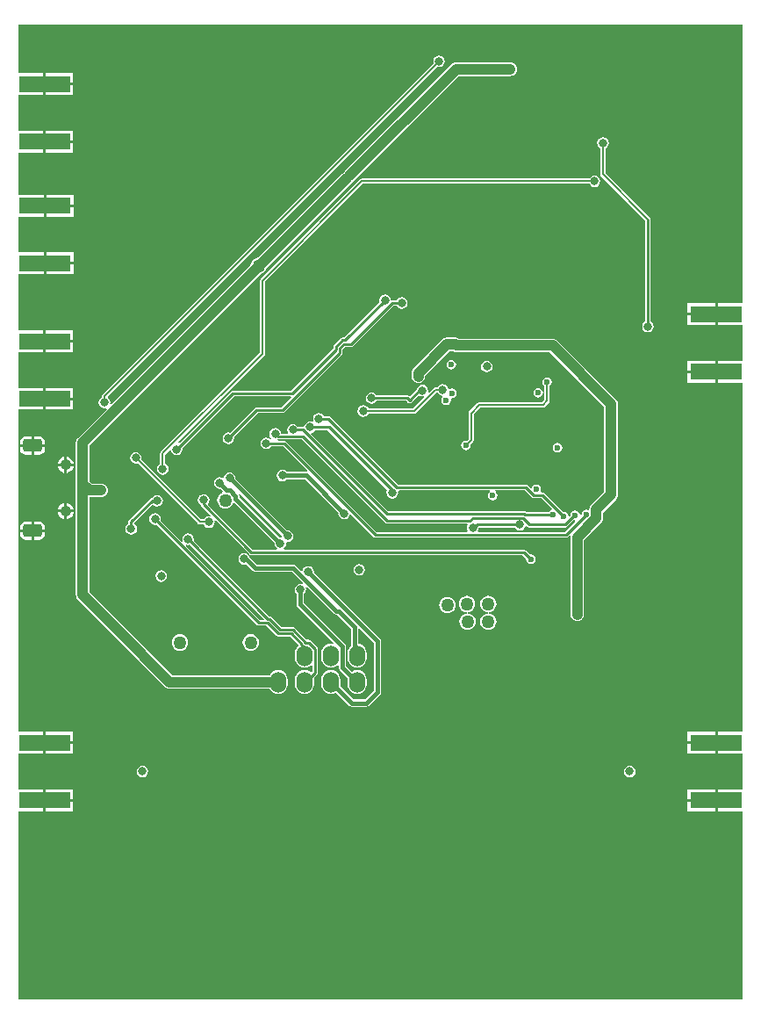
<source format=gbr>
%TF.GenerationSoftware,Altium Limited,Altium Designer,20.2.4 (192)*%
G04 Layer_Physical_Order=4*
G04 Layer_Color=16711680*
%FSLAX25Y25*%
%MOIN*%
%TF.SameCoordinates,DD73C85C-3220-4851-94E8-9B28512026BA*%
%TF.FilePolarity,Positive*%
%TF.FileFunction,Copper,L4,Bot,Signal*%
%TF.Part,Single*%
G01*
G75*
%TA.AperFunction,Conductor*%
%ADD12C,0.01575*%
%ADD13C,0.00866*%
%TA.AperFunction,ConnectorPad*%
%ADD54R,0.19685X0.06299*%
%TA.AperFunction,Conductor*%
%ADD61C,0.00787*%
%ADD63C,0.03937*%
%TA.AperFunction,ComponentPad*%
G04:AMPARAMS|DCode=108|XSize=74.8mil|YSize=49.21mil|CornerRadius=12.3mil|HoleSize=0mil|Usage=FLASHONLY|Rotation=0.000|XOffset=0mil|YOffset=0mil|HoleType=Round|Shape=RoundedRectangle|*
%AMROUNDEDRECTD108*
21,1,0.07480,0.02461,0,0,0.0*
21,1,0.05020,0.04921,0,0,0.0*
1,1,0.02461,0.02510,-0.01230*
1,1,0.02461,-0.02510,-0.01230*
1,1,0.02461,-0.02510,0.01230*
1,1,0.02461,0.02510,0.01230*
%
%ADD108ROUNDEDRECTD108*%
%ADD109C,0.04134*%
%ADD110C,0.14961*%
%ADD111R,0.06000X0.08000*%
%ADD112O,0.06000X0.08000*%
%TA.AperFunction,ViaPad*%
%ADD113C,0.02400*%
%ADD114C,0.02598*%
%ADD115C,0.03150*%
%ADD116C,0.05000*%
%ADD117C,0.02362*%
%ADD118C,0.02756*%
G36*
X275197Y276079D02*
X265618D01*
Y271929D01*
Y267779D01*
X275197D01*
Y254268D01*
X265618D01*
Y250118D01*
Y245969D01*
X275197D01*
Y113480D01*
X265618D01*
Y109331D01*
Y105181D01*
X275197D01*
Y91669D01*
X265618D01*
Y87520D01*
Y83370D01*
X275197D01*
Y11810D01*
X0D01*
Y83370D01*
X9579D01*
Y87520D01*
Y91669D01*
X0D01*
Y105181D01*
X9579D01*
Y109331D01*
Y113480D01*
X0D01*
Y235732D01*
X9579D01*
Y239882D01*
Y244032D01*
X0D01*
Y257543D01*
X9579D01*
Y261693D01*
Y265843D01*
X0D01*
Y287165D01*
X9758D01*
Y291315D01*
Y295464D01*
X0D01*
Y308976D01*
X9758D01*
Y313126D01*
Y317275D01*
X0D01*
Y333308D01*
X9579D01*
Y337458D01*
Y341607D01*
X0D01*
Y355119D01*
X9579D01*
Y359269D01*
Y363418D01*
X0D01*
Y381888D01*
X275197D01*
Y276079D01*
D02*
G37*
%LPC*%
G36*
X20921Y363418D02*
X10579D01*
Y359769D01*
X20921D01*
Y363418D01*
D02*
G37*
G36*
Y358769D02*
X10579D01*
Y355119D01*
X20921D01*
Y358769D01*
D02*
G37*
G36*
Y341607D02*
X10579D01*
Y337958D01*
X20921D01*
Y341607D01*
D02*
G37*
G36*
Y336958D02*
X10579D01*
Y333308D01*
X20921D01*
Y336958D01*
D02*
G37*
G36*
X218898Y324605D02*
X218053Y324437D01*
X217337Y323959D01*
X216964Y323401D01*
X130512D01*
X130128Y323325D01*
X129802Y323107D01*
X92005Y285310D01*
X91787Y284984D01*
X91711Y284600D01*
Y257296D01*
X54212Y219796D01*
X53994Y219471D01*
X53918Y219087D01*
Y215177D01*
X53360Y214805D01*
X52882Y214089D01*
X52714Y213244D01*
X52882Y212399D01*
X53360Y211683D01*
X54076Y211204D01*
X54921Y211036D01*
X55766Y211204D01*
X56482Y211683D01*
X56961Y212399D01*
X57129Y213244D01*
X56961Y214089D01*
X56482Y214805D01*
X55925Y215177D01*
Y218671D01*
X57578Y220325D01*
X58121Y220160D01*
X58197Y219781D01*
X58675Y219065D01*
X59391Y218586D01*
X60236Y218418D01*
X61081Y218586D01*
X61797Y219065D01*
X62276Y219781D01*
X62444Y220626D01*
X62323Y221236D01*
X81960Y240874D01*
X103470D01*
X103677Y240373D01*
X99933Y236630D01*
X90575D01*
X90575Y236630D01*
X90176Y236551D01*
X89837Y236324D01*
X80476Y226963D01*
X79866Y227085D01*
X79021Y226917D01*
X78305Y226438D01*
X77826Y225722D01*
X77658Y224877D01*
X77826Y224032D01*
X78305Y223316D01*
X79021Y222837D01*
X79866Y222669D01*
X80711Y222837D01*
X81427Y223316D01*
X81906Y224032D01*
X82074Y224877D01*
X81953Y225487D01*
X91008Y234543D01*
X100366D01*
X100366Y234543D01*
X100765Y234622D01*
X101104Y234848D01*
X122888Y256632D01*
X122888Y256632D01*
X123114Y256971D01*
X123193Y257370D01*
Y258671D01*
X124104Y259582D01*
X126388D01*
X126388Y259582D01*
X126787Y259662D01*
X127126Y259888D01*
X142387Y275149D01*
X143762D01*
X144108Y274632D01*
X144824Y274153D01*
X145669Y273985D01*
X146514Y274153D01*
X147230Y274632D01*
X147709Y275348D01*
X147877Y276193D01*
X147709Y277038D01*
X147230Y277754D01*
X146514Y278233D01*
X145669Y278400D01*
X144824Y278233D01*
X144108Y277754D01*
X143762Y277236D01*
X142042D01*
X141565Y277270D01*
X141496Y277616D01*
X141396Y278114D01*
X140918Y278831D01*
X140202Y279309D01*
X139357Y279477D01*
X138512Y279309D01*
X137796Y278831D01*
X137317Y278114D01*
X137149Y277269D01*
X137270Y276659D01*
X123737Y263126D01*
X123068D01*
X123068Y263126D01*
X122669Y263047D01*
X122330Y262820D01*
X119955Y260445D01*
X119729Y260106D01*
X119649Y259707D01*
X119649Y259707D01*
Y259038D01*
X103572Y242961D01*
X81528D01*
X81528Y242961D01*
X81128Y242881D01*
X80790Y242655D01*
X61143Y223008D01*
X61004Y223043D01*
X60851Y223597D01*
X93424Y256170D01*
X93642Y256496D01*
X93718Y256880D01*
Y284184D01*
X130928Y321394D01*
X216964D01*
X217337Y320836D01*
X218053Y320358D01*
X218898Y320190D01*
X219742Y320358D01*
X220459Y320836D01*
X220937Y321552D01*
X221105Y322397D01*
X220937Y323242D01*
X220459Y323959D01*
X219742Y324437D01*
X218898Y324605D01*
D02*
G37*
G36*
X21101Y317275D02*
X10758D01*
Y313626D01*
X21101D01*
Y317275D01*
D02*
G37*
G36*
Y312626D02*
X10758D01*
Y308976D01*
X21101D01*
Y312626D01*
D02*
G37*
G36*
Y295464D02*
X10758D01*
Y291815D01*
X21101D01*
Y295464D01*
D02*
G37*
G36*
Y290815D02*
X10758D01*
Y287165D01*
X21101D01*
Y290815D01*
D02*
G37*
G36*
X264618Y276079D02*
X254276D01*
Y272429D01*
X264618D01*
Y276079D01*
D02*
G37*
G36*
Y271429D02*
X254276D01*
Y267779D01*
X264618D01*
Y271429D01*
D02*
G37*
G36*
X222133Y339141D02*
X221288Y338973D01*
X220572Y338494D01*
X220093Y337778D01*
X219925Y336933D01*
X220093Y336088D01*
X220572Y335372D01*
X221130Y334999D01*
Y325067D01*
X221206Y324683D01*
X221424Y324358D01*
X238130Y307652D01*
Y269186D01*
X237612Y268840D01*
X237134Y268124D01*
X236965Y267279D01*
X237134Y266434D01*
X237612Y265718D01*
X238328Y265240D01*
X239173Y265072D01*
X240018Y265240D01*
X240734Y265718D01*
X241213Y266434D01*
X241381Y267279D01*
X241213Y268124D01*
X240734Y268840D01*
X240217Y269186D01*
Y308027D01*
X240138Y308427D01*
X239911Y308765D01*
X239740Y308880D01*
X223137Y325483D01*
Y334999D01*
X223694Y335372D01*
X224173Y336088D01*
X224341Y336933D01*
X224173Y337778D01*
X223694Y338494D01*
X222978Y338973D01*
X222133Y339141D01*
D02*
G37*
G36*
X20921Y265843D02*
X10579D01*
Y262193D01*
X20921D01*
Y265843D01*
D02*
G37*
G36*
Y261193D02*
X10579D01*
Y257543D01*
X20921D01*
Y261193D01*
D02*
G37*
G36*
X164567Y254576D02*
X163876Y254439D01*
X163290Y254047D01*
X162898Y253461D01*
X162761Y252770D01*
X162898Y252079D01*
X163290Y251493D01*
X163876Y251101D01*
X164567Y250964D01*
X165258Y251101D01*
X165844Y251493D01*
X166236Y252079D01*
X166373Y252770D01*
X166236Y253461D01*
X165844Y254047D01*
X165258Y254439D01*
X164567Y254576D01*
D02*
G37*
G36*
X264618Y254268D02*
X254276D01*
Y250618D01*
X264618D01*
Y254268D01*
D02*
G37*
G36*
X177953Y254330D02*
X177108Y254162D01*
X176392Y253683D01*
X175913Y252967D01*
X175745Y252122D01*
X175913Y251277D01*
X176392Y250561D01*
X177108Y250082D01*
X177953Y249914D01*
X178798Y250082D01*
X179514Y250561D01*
X179992Y251277D01*
X180160Y252122D01*
X179992Y252967D01*
X179514Y253683D01*
X178798Y254162D01*
X177953Y254330D01*
D02*
G37*
G36*
X264618Y249618D02*
X254276D01*
Y245969D01*
X264618D01*
Y249618D01*
D02*
G37*
G36*
X161221Y245432D02*
X160376Y245264D01*
X159659Y244786D01*
X159287Y244228D01*
X158426D01*
X158042Y244152D01*
X157716Y243934D01*
X156123Y242341D01*
X155662Y242587D01*
X155751Y243035D01*
X155583Y243880D01*
X155104Y244597D01*
X154388Y245075D01*
X153543Y245243D01*
X152698Y245075D01*
X151982Y244597D01*
X151504Y243880D01*
X151455Y243635D01*
X148671Y240852D01*
X148573D01*
X148234Y241078D01*
X147835Y241157D01*
X147835Y241157D01*
X136159D01*
X135813Y241675D01*
X135097Y242153D01*
X134252Y242321D01*
X133407Y242153D01*
X132691Y241675D01*
X132212Y240958D01*
X132044Y240114D01*
X132212Y239269D01*
X132691Y238552D01*
X133407Y238074D01*
X134252Y237906D01*
X135097Y238074D01*
X135813Y238552D01*
X136159Y239070D01*
X147403D01*
X147884Y238589D01*
X147884Y238589D01*
X148223Y238362D01*
X148622Y238283D01*
X149021Y238362D01*
X149360Y238589D01*
X152140Y241369D01*
X152698Y240996D01*
X153543Y240828D01*
X153991Y240917D01*
X154238Y240456D01*
X149978Y236196D01*
X133036D01*
X132664Y236754D01*
X131947Y237232D01*
X131102Y237401D01*
X130257Y237232D01*
X129541Y236754D01*
X129063Y236038D01*
X128895Y235193D01*
X129063Y234348D01*
X129541Y233632D01*
X130257Y233153D01*
X131102Y232985D01*
X131947Y233153D01*
X132664Y233632D01*
X133036Y234189D01*
X150394D01*
X150778Y234266D01*
X151103Y234483D01*
X158820Y242200D01*
X159320Y242171D01*
X159659Y241664D01*
X160376Y241185D01*
X161081Y241045D01*
X161208Y240811D01*
X161262Y240649D01*
X161275Y240535D01*
X160930Y240018D01*
X160792Y239327D01*
X160930Y238635D01*
X161321Y238049D01*
X161907Y237658D01*
X162598Y237520D01*
X163290Y237658D01*
X163876Y238049D01*
X164267Y238635D01*
X164405Y239327D01*
X164334Y239680D01*
X164732Y240111D01*
X165424Y240248D01*
X166010Y240640D01*
X166401Y241226D01*
X166539Y241917D01*
X166401Y242608D01*
X166010Y243194D01*
X165424Y243586D01*
X164732Y243723D01*
X164041Y243586D01*
X163887Y243483D01*
X163331Y243713D01*
X163260Y244070D01*
X162782Y244786D01*
X162065Y245264D01*
X161221Y245432D01*
D02*
G37*
G36*
X20921Y244032D02*
X10579D01*
Y240382D01*
X20921D01*
Y244032D01*
D02*
G37*
G36*
X197583Y243911D02*
X196891Y243774D01*
X196305Y243382D01*
X195914Y242796D01*
X195776Y242105D01*
X195914Y241413D01*
X196305Y240827D01*
X196891Y240436D01*
X197583Y240298D01*
X198274Y240436D01*
X198860Y240827D01*
X199252Y241413D01*
X199389Y242105D01*
X199252Y242796D01*
X198860Y243382D01*
X198274Y243774D01*
X197583Y243911D01*
D02*
G37*
G36*
X20921Y239382D02*
X10579D01*
Y235732D01*
X20921D01*
Y239382D01*
D02*
G37*
G36*
X200929Y247991D02*
X200238Y247854D01*
X199652Y247462D01*
X199260Y246876D01*
X199123Y246185D01*
X199260Y245494D01*
X199652Y244908D01*
X199926Y244725D01*
Y239490D01*
X198994Y238558D01*
X175197D01*
X174813Y238482D01*
X174487Y238264D01*
X171283Y235060D01*
X171065Y234734D01*
X170989Y234350D01*
Y224553D01*
X170347Y223911D01*
X170024Y223976D01*
X169332Y223838D01*
X168746Y223446D01*
X168355Y222860D01*
X168217Y222169D01*
X168355Y221478D01*
X168746Y220892D01*
X169332Y220500D01*
X170024Y220363D01*
X170715Y220500D01*
X171301Y220892D01*
X171693Y221478D01*
X171830Y222169D01*
X171766Y222492D01*
X172702Y223428D01*
X172919Y223754D01*
X172996Y224138D01*
Y233935D01*
X175612Y236551D01*
X199409D01*
X199794Y236628D01*
X200119Y236845D01*
X201639Y238365D01*
X201856Y238691D01*
X201933Y239075D01*
Y244725D01*
X202206Y244908D01*
X202598Y245494D01*
X202736Y246185D01*
X202598Y246876D01*
X202206Y247462D01*
X201621Y247854D01*
X200929Y247991D01*
D02*
G37*
G36*
X7984Y225592D02*
X5974D01*
Y222587D01*
X10258D01*
Y223318D01*
X10085Y224188D01*
X9592Y224926D01*
X8854Y225419D01*
X7984Y225592D01*
D02*
G37*
G36*
X4974D02*
X2964D01*
X2094Y225419D01*
X1357Y224926D01*
X864Y224188D01*
X690Y223318D01*
Y222587D01*
X4974D01*
Y225592D01*
D02*
G37*
G36*
X204866Y223188D02*
X204175Y223051D01*
X203589Y222659D01*
X203197Y222073D01*
X203060Y221382D01*
X203197Y220690D01*
X203589Y220104D01*
X204175Y219713D01*
X204866Y219575D01*
X205557Y219713D01*
X206143Y220104D01*
X206535Y220690D01*
X206673Y221382D01*
X206535Y222073D01*
X206143Y222659D01*
X205557Y223051D01*
X204866Y223188D01*
D02*
G37*
G36*
X10258Y221587D02*
X5974D01*
Y218583D01*
X7984D01*
X8854Y218756D01*
X9592Y219249D01*
X10085Y219987D01*
X10258Y220857D01*
Y221587D01*
D02*
G37*
G36*
X4974D02*
X690D01*
Y220857D01*
X864Y219987D01*
X1357Y219249D01*
X2094Y218756D01*
X2964Y218583D01*
X4974D01*
Y221587D01*
D02*
G37*
G36*
X18494Y217773D02*
Y215245D01*
X21022D01*
X20982Y215546D01*
X20673Y216292D01*
X20181Y216932D01*
X19541Y217424D01*
X18795Y217733D01*
X18494Y217773D01*
D02*
G37*
G36*
X17494D02*
X17193Y217733D01*
X16447Y217424D01*
X15807Y216932D01*
X15315Y216292D01*
X15006Y215546D01*
X14966Y215245D01*
X17494D01*
Y217773D01*
D02*
G37*
G36*
X21022Y214245D02*
X18494D01*
Y211717D01*
X18795Y211757D01*
X19541Y212066D01*
X20181Y212558D01*
X20673Y213198D01*
X20982Y213944D01*
X21022Y214245D01*
D02*
G37*
G36*
X17494D02*
X14966D01*
X15006Y213944D01*
X15315Y213198D01*
X15807Y212558D01*
X16447Y212066D01*
X17193Y211757D01*
X17494Y211717D01*
Y214245D01*
D02*
G37*
G36*
X52756Y203345D02*
X51911Y203177D01*
X51195Y202698D01*
X50965Y202355D01*
X50683Y202299D01*
X50345Y202072D01*
X42175Y193903D01*
X41949Y193565D01*
X41870Y193165D01*
X41870Y193165D01*
Y192414D01*
X41352Y192069D01*
X40874Y191352D01*
X40706Y190508D01*
X40874Y189663D01*
X41352Y188946D01*
X42068Y188468D01*
X42913Y188300D01*
X43758Y188468D01*
X44475Y188946D01*
X44953Y189663D01*
X45121Y190508D01*
X44953Y191352D01*
X44475Y192069D01*
X44125Y192302D01*
X44084Y192860D01*
X50836Y199612D01*
X51195Y199576D01*
X51911Y199098D01*
X52756Y198930D01*
X53601Y199098D01*
X54317Y199576D01*
X54795Y200292D01*
X54963Y201137D01*
X54795Y201982D01*
X54317Y202698D01*
X53601Y203177D01*
X52756Y203345D01*
D02*
G37*
G36*
X18494Y200253D02*
Y197725D01*
X21022D01*
X20982Y198026D01*
X20673Y198772D01*
X20181Y199413D01*
X19541Y199904D01*
X18795Y200213D01*
X18494Y200253D01*
D02*
G37*
G36*
X17494D02*
X17193Y200213D01*
X16447Y199904D01*
X15807Y199413D01*
X15315Y198772D01*
X15006Y198026D01*
X14966Y197725D01*
X17494D01*
Y200253D01*
D02*
G37*
G36*
X165983Y263128D02*
X162898D01*
X162230Y263040D01*
X161607Y262782D01*
X161073Y262372D01*
X150143Y251443D01*
X149733Y250908D01*
X149475Y250286D01*
X149387Y249618D01*
Y248381D01*
X149475Y247713D01*
X149733Y247091D01*
X150143Y246556D01*
X150678Y246146D01*
X151300Y245888D01*
X151968Y245800D01*
X152636Y245888D01*
X153259Y246146D01*
X153793Y246556D01*
X154203Y247091D01*
X154461Y247713D01*
X154549Y248381D01*
Y248548D01*
X163967Y257966D01*
X165005D01*
X165147Y257857D01*
X165770Y257599D01*
X166438Y257511D01*
X201884D01*
X222616Y236779D01*
Y204569D01*
X217663Y199616D01*
X217253Y199082D01*
X216995Y198459D01*
X216930Y197962D01*
X216496Y197696D01*
X216407Y197695D01*
X215748Y197826D01*
X215057Y197688D01*
X214471Y197297D01*
X214079Y196711D01*
X213951Y196064D01*
X213910Y195999D01*
X213814Y195934D01*
X213258Y196164D01*
X213228Y196317D01*
X212836Y196903D01*
X212250Y197295D01*
X211559Y197432D01*
X210868Y197295D01*
X210282Y196903D01*
X209890Y196317D01*
X209753Y195626D01*
X209760Y195587D01*
X209354Y195181D01*
X208861Y195395D01*
X208755Y195923D01*
X208364Y196509D01*
X207778Y196901D01*
X207087Y197038D01*
X206811Y196984D01*
X199738Y204057D01*
X199399Y204283D01*
X199000Y204362D01*
X199000Y204362D01*
X198681D01*
X198470Y204756D01*
X198470Y204862D01*
X198602Y205523D01*
X198464Y206214D01*
X198073Y206801D01*
X197487Y207192D01*
X196795Y207330D01*
X196104Y207192D01*
X195518Y206801D01*
X195144Y206240D01*
X195068Y206165D01*
X194641Y206035D01*
X193683Y206994D01*
X193344Y207220D01*
X192945Y207299D01*
X192945Y207299D01*
X144330D01*
X118652Y232978D01*
X118313Y233204D01*
X117914Y233283D01*
X117914Y233283D01*
X116080D01*
X115734Y233801D01*
X115018Y234279D01*
X114173Y234447D01*
X113328Y234279D01*
X112612Y233801D01*
X112133Y233085D01*
X111965Y232240D01*
X112112Y231503D01*
X111864Y231233D01*
X111713Y231141D01*
X110925Y231298D01*
X110080Y231130D01*
X109364Y230651D01*
X108886Y229935D01*
X108791Y229458D01*
X108735Y229391D01*
X108241Y229116D01*
X108071Y229150D01*
X108071Y229150D01*
X106238D01*
X105892Y229667D01*
X105176Y230146D01*
X104331Y230314D01*
X103486Y230146D01*
X102770Y229667D01*
X102291Y228951D01*
X102123Y228106D01*
X102291Y227261D01*
X102471Y226992D01*
X102235Y226551D01*
X99842D01*
X99677Y227376D01*
X99199Y228092D01*
X98483Y228571D01*
X97638Y228739D01*
X96793Y228571D01*
X96077Y228092D01*
X95598Y227376D01*
X95430Y226531D01*
X95598Y225686D01*
X96077Y224970D01*
X95796Y224559D01*
X95121Y225010D01*
X94276Y225179D01*
X93431Y225010D01*
X92714Y224532D01*
X92236Y223816D01*
X92068Y222971D01*
X92236Y222126D01*
X92714Y221410D01*
X93431Y220931D01*
X94276Y220763D01*
X95121Y220931D01*
X95837Y221410D01*
X96154Y221884D01*
X100737Y221759D01*
X109936Y212560D01*
X109690Y212099D01*
X109399Y212157D01*
X102059D01*
X101955Y212313D01*
X101239Y212792D01*
X100394Y212960D01*
X99549Y212792D01*
X98833Y212313D01*
X98354Y211597D01*
X98186Y210752D01*
X98354Y209907D01*
X98833Y209191D01*
X99549Y208712D01*
X100394Y208544D01*
X101239Y208712D01*
X101955Y209191D01*
X102059Y209347D01*
X108817D01*
X121648Y196516D01*
X121611Y196332D01*
X121779Y195487D01*
X122258Y194771D01*
X122974Y194292D01*
X123819Y194124D01*
X124664Y194292D01*
X125380Y194771D01*
X125859Y195487D01*
X125932Y195857D01*
X126475Y196021D01*
X134931Y187565D01*
X134931Y187565D01*
X135270Y187339D01*
X135669Y187259D01*
X135669Y187259D01*
X208031D01*
X208032Y187259D01*
X208431Y187339D01*
X208769Y187565D01*
X209376Y188172D01*
X209706Y188036D01*
X209830Y187918D01*
X209750Y187314D01*
Y158022D01*
X209838Y157354D01*
X210096Y156731D01*
X210506Y156197D01*
X211041Y155787D01*
X211664Y155529D01*
X212332Y155441D01*
X213000Y155529D01*
X213622Y155787D01*
X214157Y156197D01*
X214567Y156731D01*
X214825Y157354D01*
X214913Y158022D01*
Y186244D01*
X221313Y192645D01*
X221724Y193180D01*
X221981Y193802D01*
X222069Y194470D01*
Y196722D01*
X227022Y201675D01*
X227432Y202209D01*
X227690Y202832D01*
X227778Y203500D01*
Y237848D01*
X227690Y238516D01*
X227432Y239139D01*
X227022Y239673D01*
X204778Y261917D01*
X204243Y262327D01*
X203621Y262585D01*
X202953Y262673D01*
X167416D01*
X167273Y262782D01*
X166651Y263040D01*
X165983Y263128D01*
D02*
G37*
G36*
X21022Y196725D02*
X18494D01*
Y194198D01*
X18795Y194237D01*
X19541Y194546D01*
X20181Y195038D01*
X20673Y195679D01*
X20982Y196425D01*
X21022Y196725D01*
D02*
G37*
G36*
X17494D02*
X14966D01*
X15006Y196425D01*
X15315Y195679D01*
X15807Y195038D01*
X16447Y194546D01*
X17193Y194237D01*
X17494Y194198D01*
Y196725D01*
D02*
G37*
G36*
X7984Y193387D02*
X5974D01*
Y190383D01*
X10258D01*
Y191113D01*
X10085Y191983D01*
X9592Y192721D01*
X8854Y193214D01*
X7984Y193387D01*
D02*
G37*
G36*
X4974D02*
X2964D01*
X2094Y193214D01*
X1357Y192721D01*
X864Y191983D01*
X690Y191113D01*
Y190383D01*
X4974D01*
Y193387D01*
D02*
G37*
G36*
X10258Y189383D02*
X5974D01*
Y186378D01*
X7984D01*
X8854Y186551D01*
X9592Y187045D01*
X10085Y187782D01*
X10258Y188652D01*
Y189383D01*
D02*
G37*
G36*
X4974D02*
X690D01*
Y188652D01*
X864Y187782D01*
X1357Y187045D01*
X2094Y186551D01*
X2964Y186378D01*
X4974D01*
Y189383D01*
D02*
G37*
G36*
X44685Y219684D02*
X43840Y219516D01*
X43124Y219037D01*
X42645Y218321D01*
X42477Y217476D01*
X42645Y216631D01*
X43124Y215915D01*
X43840Y215437D01*
X44685Y215268D01*
X45343Y215399D01*
X68385Y192357D01*
X68711Y192140D01*
X69095Y192063D01*
X70507D01*
X70880Y191506D01*
X71596Y191027D01*
X72441Y190859D01*
X73286Y191027D01*
X74002Y191506D01*
X74481Y192222D01*
X74649Y193067D01*
X74566Y193483D01*
X75027Y193729D01*
X87845Y180911D01*
X87845Y180911D01*
X88183Y180685D01*
X88583Y180606D01*
X88583Y180606D01*
X191611D01*
X192933Y179283D01*
X192879Y179007D01*
X193016Y178316D01*
X193408Y177730D01*
X193994Y177338D01*
X194685Y177201D01*
X195376Y177338D01*
X195962Y177730D01*
X196354Y178316D01*
X196491Y179007D01*
X196354Y179698D01*
X195962Y180284D01*
X195376Y180676D01*
X194685Y180814D01*
X194410Y180759D01*
X192781Y182387D01*
X192442Y182614D01*
X192043Y182693D01*
X192043Y182693D01*
X100957D01*
X100806Y183193D01*
X101167Y183435D01*
X101646Y184151D01*
X101814Y184996D01*
X101766Y185239D01*
X102119Y185592D01*
X102362Y185544D01*
X103207Y185712D01*
X103923Y186190D01*
X104402Y186907D01*
X104570Y187752D01*
X104402Y188596D01*
X103923Y189313D01*
X103207Y189791D01*
X102362Y189959D01*
X102178Y189923D01*
X82486Y209614D01*
X82522Y209799D01*
X82354Y210644D01*
X81876Y211360D01*
X81160Y211839D01*
X80315Y212006D01*
X79470Y211839D01*
X78754Y211360D01*
X78275Y210644D01*
X78158Y210053D01*
X77636Y209800D01*
X77420Y209945D01*
X76575Y210113D01*
X75730Y209945D01*
X75014Y209466D01*
X74535Y208750D01*
X74367Y207905D01*
X74535Y207060D01*
X75014Y206344D01*
X75730Y205865D01*
X76575Y205697D01*
X76759Y205734D01*
X77695Y204798D01*
X77578Y204208D01*
X77158Y204034D01*
X76512Y203539D01*
X76017Y202893D01*
X75705Y202141D01*
X75599Y201334D01*
X75705Y200528D01*
X76017Y199776D01*
X76512Y199130D01*
X77158Y198635D01*
X77910Y198323D01*
X78716Y198217D01*
X79523Y198323D01*
X80275Y198635D01*
X80921Y199130D01*
X81416Y199776D01*
X81590Y200196D01*
X82180Y200313D01*
X97415Y185078D01*
X97399Y184996D01*
X97567Y184151D01*
X98045Y183435D01*
X98407Y183193D01*
X98255Y182693D01*
X89015D01*
X72011Y199697D01*
X72034Y199931D01*
X72512Y200647D01*
X72680Y201492D01*
X72512Y202337D01*
X72034Y203053D01*
X71317Y203532D01*
X70472Y203700D01*
X69627Y203532D01*
X69360Y203352D01*
X69207Y203322D01*
X68868Y203096D01*
X68642Y202757D01*
X68612Y202605D01*
X68433Y202337D01*
X68265Y201492D01*
X68433Y200647D01*
X68911Y199931D01*
X69469Y199558D01*
X69508Y199360D01*
X69734Y199022D01*
X73104Y195652D01*
X72857Y195192D01*
X72441Y195274D01*
X71596Y195106D01*
X70880Y194628D01*
X70507Y194070D01*
X69510D01*
X46762Y216818D01*
X46893Y217476D01*
X46725Y218321D01*
X46246Y219037D01*
X45530Y219516D01*
X44685Y219684D01*
D02*
G37*
G36*
X129528Y177164D02*
X128683Y176996D01*
X127966Y176518D01*
X127488Y175801D01*
X127320Y174957D01*
X127488Y174112D01*
X127966Y173395D01*
X128683Y172917D01*
X129528Y172749D01*
X130372Y172917D01*
X131089Y173395D01*
X131567Y174112D01*
X131735Y174957D01*
X131567Y175801D01*
X131089Y176518D01*
X130372Y176996D01*
X129528Y177164D01*
D02*
G37*
G36*
X54331Y174802D02*
X53486Y174634D01*
X52770Y174155D01*
X52291Y173439D01*
X52123Y172594D01*
X52291Y171749D01*
X52770Y171033D01*
X53486Y170555D01*
X54331Y170387D01*
X55176Y170555D01*
X55892Y171033D01*
X56370Y171749D01*
X56538Y172594D01*
X56370Y173439D01*
X55892Y174155D01*
X55176Y174634D01*
X54331Y174802D01*
D02*
G37*
G36*
X85826Y181298D02*
X84982Y181130D01*
X84265Y180651D01*
X83787Y179935D01*
X83619Y179090D01*
X83787Y178245D01*
X84265Y177529D01*
X84982Y177050D01*
X85826Y176882D01*
X86668Y177050D01*
X89164Y174554D01*
X89620Y174249D01*
X90158Y174142D01*
X104022D01*
X108178Y169985D01*
X107914Y169543D01*
X107205Y169684D01*
X106360Y169516D01*
X105644Y169037D01*
X105165Y168321D01*
X104997Y167476D01*
X105165Y166631D01*
X105644Y165915D01*
X105800Y165811D01*
Y161787D01*
X105907Y161250D01*
X106211Y160794D01*
X108062Y158943D01*
X119634Y147371D01*
X119400Y146898D01*
X118780Y146979D01*
X117842Y146856D01*
X116969Y146494D01*
X116219Y145919D01*
X115643Y145169D01*
X115281Y144295D01*
X115158Y143358D01*
Y141358D01*
X115281Y140421D01*
X115643Y139547D01*
X116219Y138797D01*
X116969Y138222D01*
X117842Y137860D01*
X118780Y137736D01*
X119717Y137860D01*
X120590Y138222D01*
X121253Y138730D01*
X121753Y138587D01*
Y137980D01*
X121859Y137442D01*
X122164Y136987D01*
X125232Y133919D01*
X125158Y133358D01*
Y131358D01*
X125281Y130421D01*
X125643Y129547D01*
X126219Y128797D01*
X126969Y128222D01*
X127842Y127860D01*
X128779Y127736D01*
X129717Y127860D01*
X130590Y128222D01*
X131340Y128797D01*
X131916Y129547D01*
X132278Y130421D01*
X132401Y131358D01*
Y133358D01*
X132278Y134295D01*
X131916Y135169D01*
X131340Y135919D01*
X130590Y136494D01*
X129717Y136856D01*
X128779Y136979D01*
X127842Y136856D01*
X126969Y136494D01*
X126777Y136347D01*
X124562Y138562D01*
Y145835D01*
X124455Y146372D01*
X124151Y146828D01*
X110049Y160930D01*
X108610Y162369D01*
Y165811D01*
X108766Y165915D01*
X109244Y166631D01*
X109412Y167476D01*
X109271Y168185D01*
X109714Y168450D01*
X119786Y158378D01*
X120242Y158073D01*
X120780Y157966D01*
X121136D01*
X126381Y152721D01*
Y146044D01*
X126219Y145919D01*
X125643Y145169D01*
X125281Y144295D01*
X125158Y143358D01*
Y141358D01*
X125281Y140421D01*
X125643Y139547D01*
X126219Y138797D01*
X126969Y138222D01*
X127842Y137860D01*
X128779Y137736D01*
X129717Y137860D01*
X130590Y138222D01*
X131340Y138797D01*
X131916Y139547D01*
X132278Y140421D01*
X132401Y141358D01*
Y143358D01*
X132278Y144295D01*
X131916Y145169D01*
X131340Y145919D01*
X130590Y146494D01*
X129717Y146856D01*
X129191Y146925D01*
Y152495D01*
X129653Y152687D01*
X135012Y147327D01*
Y129082D01*
X131702Y125771D01*
X127354D01*
X122327Y130797D01*
X122401Y131358D01*
Y133358D01*
X122278Y134295D01*
X121916Y135169D01*
X121340Y135919D01*
X120590Y136494D01*
X119717Y136856D01*
X118780Y136979D01*
X117842Y136856D01*
X116969Y136494D01*
X116219Y135919D01*
X115643Y135169D01*
X115281Y134295D01*
X115158Y133358D01*
Y131358D01*
X115281Y130421D01*
X115643Y129547D01*
X116219Y128797D01*
X116969Y128222D01*
X117842Y127860D01*
X118780Y127736D01*
X119717Y127860D01*
X120590Y128222D01*
X120782Y128369D01*
X125778Y123372D01*
X126234Y123068D01*
X126772Y122961D01*
X132283D01*
X132821Y123068D01*
X133277Y123372D01*
X137411Y127506D01*
X137715Y127962D01*
X137822Y128500D01*
Y147909D01*
X137715Y148447D01*
X137411Y148903D01*
X112329Y173985D01*
X112365Y174169D01*
X112197Y175014D01*
X111719Y175730D01*
X111002Y176209D01*
X110157Y176377D01*
X109313Y176209D01*
X108596Y175730D01*
X108118Y175014D01*
X108056Y174705D01*
X107578Y174560D01*
X105597Y176541D01*
X105141Y176845D01*
X104604Y176952D01*
X90739D01*
X87894Y179798D01*
X87866Y179935D01*
X87388Y180651D01*
X86671Y181130D01*
X85826Y181298D01*
D02*
G37*
G36*
X162992Y164688D02*
X162185Y164582D01*
X161433Y164270D01*
X160788Y163775D01*
X160292Y163129D01*
X159981Y162377D01*
X159875Y161571D01*
X159981Y160764D01*
X160292Y160012D01*
X160788Y159366D01*
X161433Y158871D01*
X162185Y158560D01*
X162992Y158453D01*
X163799Y158560D01*
X164551Y158871D01*
X165196Y159366D01*
X165692Y160012D01*
X166003Y160764D01*
X166109Y161571D01*
X166003Y162377D01*
X165692Y163129D01*
X165196Y163775D01*
X164551Y164270D01*
X163799Y164582D01*
X162992Y164688D01*
D02*
G37*
G36*
X178543Y165082D02*
X177736Y164975D01*
X176985Y164664D01*
X176339Y164169D01*
X175844Y163523D01*
X175532Y162771D01*
X175426Y161964D01*
X175532Y161158D01*
X175844Y160406D01*
X176339Y159760D01*
X176985Y159265D01*
X177736Y158953D01*
X178225Y158889D01*
X178369Y158870D01*
Y158366D01*
X178225Y158347D01*
X177736Y158282D01*
X176985Y157971D01*
X176339Y157476D01*
X175844Y156830D01*
X175532Y156078D01*
X175426Y155271D01*
X175532Y154465D01*
X175844Y153713D01*
X176339Y153067D01*
X176985Y152572D01*
X177736Y152260D01*
X178543Y152154D01*
X179350Y152260D01*
X180102Y152572D01*
X180747Y153067D01*
X181243Y153713D01*
X181554Y154465D01*
X181660Y155271D01*
X181554Y156078D01*
X181243Y156830D01*
X180747Y157476D01*
X180102Y157971D01*
X179350Y158282D01*
X178862Y158347D01*
X178717Y158366D01*
Y158870D01*
X178862Y158889D01*
X179350Y158953D01*
X180102Y159265D01*
X180747Y159760D01*
X181243Y160406D01*
X181554Y161158D01*
X181660Y161964D01*
X181554Y162771D01*
X181243Y163523D01*
X180747Y164169D01*
X180102Y164664D01*
X179350Y164975D01*
X178543Y165082D01*
D02*
G37*
G36*
X170473D02*
X169666Y164975D01*
X168914Y164664D01*
X168268Y164169D01*
X167773Y163523D01*
X167461Y162771D01*
X167355Y161964D01*
X167461Y161158D01*
X167773Y160406D01*
X168268Y159760D01*
X168914Y159265D01*
X169666Y158953D01*
X170245Y158877D01*
X170397Y158857D01*
Y158353D01*
X170263Y158335D01*
X169862Y158282D01*
X169111Y157971D01*
X168465Y157476D01*
X167970Y156830D01*
X167658Y156078D01*
X167552Y155271D01*
X167658Y154465D01*
X167970Y153713D01*
X168465Y153067D01*
X169111Y152572D01*
X169862Y152260D01*
X170669Y152154D01*
X171476Y152260D01*
X172228Y152572D01*
X172873Y153067D01*
X173369Y153713D01*
X173680Y154465D01*
X173786Y155271D01*
X173680Y156078D01*
X173369Y156830D01*
X172873Y157476D01*
X172228Y157971D01*
X171476Y158282D01*
X170897Y158359D01*
X170745Y158379D01*
Y158883D01*
X170879Y158901D01*
X171279Y158953D01*
X172031Y159265D01*
X172677Y159760D01*
X173172Y160406D01*
X173483Y161158D01*
X173590Y161964D01*
X173483Y162771D01*
X173172Y163523D01*
X172677Y164169D01*
X172031Y164664D01*
X171279Y164975D01*
X170473Y165082D01*
D02*
G37*
G36*
X88386Y150499D02*
X87579Y150393D01*
X86827Y150081D01*
X86182Y149586D01*
X85686Y148940D01*
X85375Y148188D01*
X85269Y147382D01*
X85375Y146575D01*
X85686Y145823D01*
X86182Y145177D01*
X86827Y144682D01*
X87579Y144371D01*
X88386Y144264D01*
X89193Y144371D01*
X89944Y144682D01*
X90590Y145177D01*
X91085Y145823D01*
X91397Y146575D01*
X91503Y147382D01*
X91397Y148188D01*
X91085Y148940D01*
X90590Y149586D01*
X89944Y150081D01*
X89193Y150393D01*
X88386Y150499D01*
D02*
G37*
G36*
X61456D02*
X60649Y150393D01*
X59898Y150081D01*
X59252Y149586D01*
X58757Y148940D01*
X58445Y148188D01*
X58339Y147382D01*
X58445Y146575D01*
X58757Y145823D01*
X59252Y145177D01*
X59898Y144682D01*
X60649Y144371D01*
X61456Y144264D01*
X62263Y144371D01*
X63015Y144682D01*
X63661Y145177D01*
X64156Y145823D01*
X64467Y146575D01*
X64574Y147382D01*
X64467Y148188D01*
X64156Y148940D01*
X63661Y149586D01*
X63015Y150081D01*
X62263Y150393D01*
X61456Y150499D01*
D02*
G37*
G36*
X51968Y196456D02*
X51124Y196288D01*
X50407Y195809D01*
X49929Y195093D01*
X49761Y194248D01*
X49929Y193403D01*
X50407Y192687D01*
X51124Y192208D01*
X51968Y192040D01*
X52579Y192161D01*
X90601Y154140D01*
X90601Y154140D01*
X90939Y153913D01*
X91339Y153834D01*
X91339Y153834D01*
X94253D01*
X98081Y150006D01*
X98420Y149780D01*
X98819Y149700D01*
X103308D01*
X106443Y146565D01*
X106410Y146066D01*
X106219Y145919D01*
X105643Y145169D01*
X105281Y144295D01*
X105158Y143358D01*
Y141358D01*
X105281Y140421D01*
X105643Y139547D01*
X106219Y138797D01*
X106969Y138222D01*
X107842Y137860D01*
X108780Y137736D01*
X109717Y137860D01*
X110590Y138222D01*
X111259Y138735D01*
X111759Y138599D01*
Y138409D01*
X111759Y138409D01*
X111787Y138272D01*
Y136447D01*
X111294Y135954D01*
X110590Y136494D01*
X109717Y136856D01*
X108780Y136979D01*
X107842Y136856D01*
X106969Y136494D01*
X106219Y135919D01*
X105643Y135169D01*
X105281Y134295D01*
X105158Y133358D01*
Y131358D01*
X105281Y130421D01*
X105643Y129547D01*
X106219Y128797D01*
X106969Y128222D01*
X107842Y127860D01*
X108780Y127736D01*
X109717Y127860D01*
X110590Y128222D01*
X111340Y128797D01*
X111916Y129547D01*
X112278Y130421D01*
X112401Y131358D01*
Y133358D01*
X112313Y134026D01*
X112375Y134088D01*
X112388Y134097D01*
X113568Y135277D01*
X113568Y135277D01*
X113795Y135616D01*
X113874Y136015D01*
Y138382D01*
X113847Y138518D01*
Y145025D01*
X113847Y145025D01*
X113767Y145424D01*
X113541Y145763D01*
X113541Y145763D01*
X111184Y148120D01*
X110845Y148346D01*
X110446Y148425D01*
X110446Y148425D01*
X109595D01*
X105081Y152938D01*
X104743Y153165D01*
X104343Y153244D01*
X104343Y153244D01*
X99855D01*
X96026Y157072D01*
X95688Y157299D01*
X95315Y157373D01*
X66666Y186022D01*
X66775Y186571D01*
X66607Y187416D01*
X66128Y188132D01*
X65412Y188610D01*
X64567Y188778D01*
X63722Y188610D01*
X63006Y188132D01*
X62527Y187416D01*
X62359Y186571D01*
X62491Y185909D01*
X62030Y185662D01*
X54055Y193637D01*
X54176Y194248D01*
X54008Y195093D01*
X53530Y195809D01*
X52813Y196288D01*
X51968Y196456D01*
D02*
G37*
G36*
X159843Y370217D02*
X158998Y370049D01*
X158281Y369571D01*
X157803Y368854D01*
X157635Y368010D01*
X157765Y367352D01*
X32077Y241663D01*
X31859Y241338D01*
X31783Y240954D01*
Y240387D01*
X31225Y240014D01*
X30747Y239298D01*
X30579Y238453D01*
X30747Y237608D01*
X31225Y236892D01*
X31942Y236414D01*
X32787Y236245D01*
X33387Y236365D01*
X33633Y235904D01*
X22683Y224954D01*
X22273Y224419D01*
X22015Y223796D01*
X21927Y223128D01*
Y212461D01*
X21916Y212435D01*
X21828Y211767D01*
X21916Y211099D01*
X21927Y211074D01*
Y207634D01*
Y165409D01*
X22015Y164741D01*
X22273Y164119D01*
X22683Y163584D01*
X35675Y150592D01*
X35675Y150592D01*
X55734Y130533D01*
X56269Y130123D01*
X56891Y129865D01*
X57559Y129777D01*
X95548D01*
X95643Y129547D01*
X96219Y128797D01*
X96969Y128222D01*
X97842Y127860D01*
X98779Y127736D01*
X99717Y127860D01*
X100590Y128222D01*
X101340Y128797D01*
X101916Y129547D01*
X102278Y130421D01*
X102401Y131358D01*
Y133358D01*
X102278Y134295D01*
X101916Y135169D01*
X101340Y135919D01*
X100590Y136494D01*
X99717Y136856D01*
X98779Y136979D01*
X97842Y136856D01*
X96969Y136494D01*
X96219Y135919D01*
X95643Y135169D01*
X95548Y134939D01*
X58628D01*
X39325Y154242D01*
X39325Y154242D01*
X27089Y166478D01*
Y202494D01*
X31496D01*
X32164Y202581D01*
X32787Y202839D01*
X33321Y203250D01*
X33731Y203784D01*
X33989Y204406D01*
X34077Y205075D01*
X33989Y205743D01*
X33731Y206365D01*
X33321Y206900D01*
X32787Y207310D01*
X32164Y207568D01*
X31496Y207656D01*
X28136D01*
X27089Y208703D01*
Y211669D01*
X27076Y211767D01*
X27089Y211866D01*
Y222059D01*
X92460Y287430D01*
X92897Y287611D01*
X93543Y288107D01*
X94038Y288752D01*
X94219Y289190D01*
X126628Y321599D01*
X127039Y322133D01*
X127050Y322161D01*
X127078Y322173D01*
X127612Y322583D01*
X167366Y362336D01*
X186811D01*
X187479Y362424D01*
X188102Y362682D01*
X188636Y363092D01*
X189046Y363627D01*
X189304Y364249D01*
X189392Y364917D01*
X189304Y365585D01*
X189046Y366208D01*
X188636Y366742D01*
X188102Y367152D01*
X187479Y367410D01*
X186811Y367498D01*
X166297D01*
X165629Y367410D01*
X165006Y367152D01*
X164471Y366742D01*
X123962Y326233D01*
X123552Y325698D01*
X123540Y325671D01*
X123513Y325659D01*
X122978Y325249D01*
X91130Y293401D01*
X90532Y293322D01*
X89780Y293010D01*
X89134Y292515D01*
X88639Y291869D01*
X88328Y291118D01*
X88249Y290520D01*
X35336Y237607D01*
X34875Y237853D01*
X34994Y238453D01*
X34826Y239298D01*
X34348Y240014D01*
X34113Y240172D01*
X34057Y240805D01*
X159185Y365933D01*
X159843Y365802D01*
X160687Y365970D01*
X161404Y366448D01*
X161882Y367165D01*
X162050Y368010D01*
X161882Y368854D01*
X161404Y369571D01*
X160687Y370049D01*
X159843Y370217D01*
D02*
G37*
G36*
X20921Y113480D02*
X10579D01*
Y109831D01*
X20921D01*
Y113480D01*
D02*
G37*
G36*
X264618D02*
X254276D01*
Y109831D01*
X264618D01*
Y113480D01*
D02*
G37*
G36*
Y108831D02*
X254276D01*
Y105181D01*
X264618D01*
Y108831D01*
D02*
G37*
G36*
X20921Y108831D02*
X10579D01*
Y105181D01*
X20921D01*
Y108831D01*
D02*
G37*
G36*
X232283Y100633D02*
X231439Y100465D01*
X230722Y99986D01*
X230244Y99270D01*
X230076Y98425D01*
X230244Y97580D01*
X230722Y96864D01*
X231439Y96386D01*
X232283Y96217D01*
X233128Y96386D01*
X233845Y96864D01*
X234323Y97580D01*
X234491Y98425D01*
X234323Y99270D01*
X233845Y99986D01*
X233128Y100465D01*
X232283Y100633D01*
D02*
G37*
G36*
X47244D02*
X46399Y100465D01*
X45683Y99986D01*
X45204Y99270D01*
X45036Y98425D01*
X45204Y97580D01*
X45683Y96864D01*
X46399Y96386D01*
X47244Y96217D01*
X48089Y96386D01*
X48805Y96864D01*
X49284Y97580D01*
X49452Y98425D01*
X49284Y99270D01*
X48805Y99986D01*
X48089Y100465D01*
X47244Y100633D01*
D02*
G37*
G36*
X20921Y91669D02*
X10579D01*
Y88020D01*
X20921D01*
Y91669D01*
D02*
G37*
G36*
X264618D02*
X254276D01*
Y88020D01*
X264618D01*
Y91669D01*
D02*
G37*
G36*
Y87020D02*
X254276D01*
Y83370D01*
X264618D01*
Y87020D01*
D02*
G37*
G36*
X20921Y87020D02*
X10579D01*
Y83370D01*
X20921D01*
Y87020D01*
D02*
G37*
%LPD*%
G36*
X140277Y205366D02*
X140086Y205081D01*
X139918Y204236D01*
X140086Y203391D01*
X140565Y202675D01*
X141281Y202196D01*
X142126Y202028D01*
X142971Y202196D01*
X143687Y202675D01*
X144165Y203391D01*
X144334Y204236D01*
X144239Y204712D01*
X144633Y205212D01*
X179185D01*
X179246Y205128D01*
X179127Y204449D01*
X178983Y204352D01*
X178591Y203766D01*
X178454Y203075D01*
X178591Y202383D01*
X178983Y201797D01*
X179569Y201406D01*
X180260Y201268D01*
X180951Y201406D01*
X181537Y201797D01*
X181929Y202383D01*
X182066Y203075D01*
X181929Y203766D01*
X181537Y204352D01*
X181393Y204449D01*
X181273Y205128D01*
X181334Y205212D01*
X192513D01*
X195144Y202581D01*
X195144Y202581D01*
X195483Y202354D01*
X195882Y202275D01*
X198568D01*
X202745Y198098D01*
X202581Y197555D01*
X202261Y197492D01*
X201676Y197100D01*
X201519Y196866D01*
X192978D01*
X192969Y196875D01*
X192630Y197102D01*
X192231Y197181D01*
X192231Y197181D01*
X140472D01*
X111221Y226432D01*
X111386Y226974D01*
X111770Y227051D01*
X112486Y227529D01*
X112832Y228047D01*
X117597D01*
X140277Y205366D01*
D02*
G37*
G36*
X211317Y193737D02*
X211499Y193247D01*
X207599Y189347D01*
X174733D01*
X174498Y189788D01*
X174678Y190057D01*
X174846Y190901D01*
X174958Y191039D01*
X188644D01*
X188990Y190521D01*
X189706Y190043D01*
X190551Y189874D01*
X191396Y190043D01*
X192112Y190521D01*
X192591Y191237D01*
X192654Y191555D01*
X193133Y191700D01*
X193488Y191344D01*
X193488Y191344D01*
X193826Y191118D01*
X194226Y191039D01*
X207732D01*
X207732Y191039D01*
X208131Y191118D01*
X208470Y191344D01*
X210936Y193811D01*
X211317Y193737D01*
D02*
G37*
G36*
X98661Y224464D02*
X107757D01*
X139420Y192801D01*
X139758Y192575D01*
X140158Y192495D01*
X140158Y192495D01*
X170497D01*
X170765Y191995D01*
X170598Y191746D01*
X170430Y190901D01*
X170598Y190057D01*
X170778Y189788D01*
X170542Y189347D01*
X136102D01*
X101919Y223529D01*
X101762Y223634D01*
X101607Y223744D01*
X101593Y223747D01*
X101581Y223755D01*
X101395Y223792D01*
X101210Y223834D01*
X98641Y223904D01*
X98503Y224408D01*
X98609Y224475D01*
X98661Y224464D01*
D02*
G37*
G36*
X100191Y187936D02*
X100154Y187752D01*
X100202Y187509D01*
X99849Y187155D01*
X99606Y187204D01*
X99320Y187147D01*
X83999Y202467D01*
Y202941D01*
X83893Y203478D01*
X83794Y203625D01*
X84183Y203944D01*
X100191Y187936D01*
D02*
G37*
G36*
X93353Y156383D02*
X93161Y155921D01*
X91771D01*
X63658Y184034D01*
X63905Y184495D01*
X64567Y184363D01*
X65239Y184497D01*
X93353Y156383D01*
D02*
G37*
D12*
X99484Y184996D02*
X99606D01*
X82595Y201885D02*
X99484Y184996D01*
X90158Y175547D02*
X104604D01*
X86614Y179090D02*
X90158Y175547D01*
X104604D02*
X120780Y159371D01*
X121718D01*
X127786Y153303D01*
Y144351D02*
Y153303D01*
Y144351D02*
X128779Y143358D01*
X136417Y128500D02*
Y147909D01*
X110157Y174169D02*
X136417Y147909D01*
X123157Y137980D02*
Y145835D01*
X109055Y159937D02*
X123157Y145835D01*
X107205Y161787D02*
X109055Y159937D01*
X107205Y161787D02*
Y167476D01*
X85826Y179090D02*
X86614D01*
X100394Y210752D02*
X109399D01*
X123819Y196332D01*
X80315Y209799D02*
X102362Y187752D01*
X128779Y142358D02*
Y143358D01*
X132283Y124366D02*
X136417Y128500D01*
X126772Y124366D02*
X132283D01*
X118780Y132358D02*
X126772Y124366D01*
X123157Y137980D02*
X128779Y132358D01*
X82595Y201885D02*
Y202941D01*
X80323Y205212D02*
X82595Y202941D01*
X79267Y205212D02*
X80323D01*
X76575Y207905D02*
X79267Y205212D01*
D13*
X239173Y267279D02*
Y308027D01*
X94276Y222980D02*
X101181Y222791D01*
X94011Y222987D02*
X94276Y222980D01*
X192043Y181649D02*
X194685Y179007D01*
X88583Y181649D02*
X192043D01*
X70472Y199760D02*
X88583Y181649D01*
X141955Y276193D02*
X145669D01*
X123672Y260626D02*
X126388D01*
X124170Y262082D02*
X139357Y277269D01*
X126388Y260626D02*
X141955Y276193D01*
X123068Y262082D02*
X124170D01*
X120693Y259707D02*
X123068Y262082D01*
X120693Y258606D02*
Y259707D01*
X104004Y241917D02*
X120693Y258606D01*
X122150Y259104D02*
X123672Y260626D01*
X122150Y257370D02*
Y259104D01*
X100366Y235586D02*
X122150Y257370D01*
X90575Y235586D02*
X100366D01*
X135669Y188303D02*
X208032D01*
X148622Y239327D02*
X152362Y243067D01*
X134252Y240114D02*
X147835D01*
X148622Y239327D01*
X174287Y192082D02*
X190551D01*
X172742Y194681D02*
X191628D01*
X140040Y196137D02*
X192231D01*
X173106Y190901D02*
X174287Y192082D01*
X191628Y194681D02*
X194226Y192083D01*
X192231Y196137D02*
X192546Y195823D01*
X202953D01*
X208032Y188303D02*
X215748Y196019D01*
X98661Y225508D02*
X108189D01*
X97638Y226531D02*
X98661Y225508D01*
X117914Y232240D02*
X143898Y206256D01*
X114173Y232240D02*
X117914D01*
X79866Y224877D02*
X90575Y235586D01*
X94011Y222987D02*
X94276Y222971D01*
X101181Y222791D02*
X135669Y188303D01*
X81528Y241917D02*
X104004D01*
X60236Y220626D02*
X81528Y241917D01*
X142340Y204779D02*
X142421D01*
X118029Y229090D02*
X142340Y204779D01*
X110925Y229090D02*
X118029D01*
X108071Y228106D02*
X140040Y196137D01*
X104331Y228106D02*
X108071D01*
X108189Y225508D02*
X140158Y193539D01*
X171601D01*
X51280Y201137D02*
X52756D01*
X51083Y201334D02*
X51280Y201137D01*
X42913Y193165D02*
X51083Y201334D01*
X110446Y147382D02*
X112803Y145025D01*
X109162Y147382D02*
X110446D01*
X112803Y138409D02*
X112830Y138382D01*
X111650Y134835D02*
X112830Y136015D01*
Y138382D01*
X111646Y134835D02*
X111650D01*
X108780Y132358D02*
X109169D01*
X111646Y134835D01*
X112803Y138409D02*
Y145025D01*
X104343Y152200D02*
X109162Y147382D01*
X107797Y143340D02*
Y146687D01*
X103740Y150744D02*
X107797Y146687D01*
X98819Y150744D02*
X103740D01*
X107797Y143340D02*
X108780Y142358D01*
X99422Y152200D02*
X104343D01*
X95288Y156334D02*
X99422Y152200D01*
X94685Y154878D02*
X98819Y150744D01*
X94877Y156334D02*
X95288D01*
X64641Y186571D02*
X94877Y156334D01*
X91339Y154878D02*
X94685D01*
X64567Y186571D02*
X64641D01*
X51968Y194248D02*
X91339Y154878D01*
X54331Y172594D02*
Y172692D01*
X69606Y202358D02*
X70472Y201492D01*
Y199760D02*
Y201492D01*
X199000Y203319D02*
X207087Y195232D01*
X211275Y195626D02*
X211559D01*
X207732Y192083D02*
X211275Y195626D01*
X194226Y192083D02*
X207732D01*
X171601Y193539D02*
X172742Y194681D01*
X172638Y190901D02*
X173106D01*
X143898Y206256D02*
X192945D01*
X195882Y203319D01*
X199000D01*
X42913Y190508D02*
Y193165D01*
D54*
X265118Y87520D02*
D03*
Y109331D02*
D03*
X10079Y261693D02*
D03*
Y239882D02*
D03*
X10258Y313126D02*
D03*
Y291315D02*
D03*
X265118Y250118D02*
D03*
Y271929D02*
D03*
X10079Y359269D02*
D03*
Y337458D02*
D03*
Y109331D02*
D03*
Y87520D02*
D03*
D61*
X32787Y240954D02*
X159843Y368010D01*
X32787Y238453D02*
Y240954D01*
X54921Y219087D02*
X92714Y256880D01*
Y284600D02*
X130512Y322397D01*
X92714Y256880D02*
Y284600D01*
X222133Y325067D02*
X239173Y308027D01*
X222133Y325067D02*
Y336933D01*
X130512Y322397D02*
X218898D01*
X150394Y235193D02*
X158426Y243225D01*
X131102Y235193D02*
X150394D01*
X158426Y243225D02*
X161221D01*
X54921Y213244D02*
Y219087D01*
X44685Y217476D02*
X69095Y193067D01*
X72441D01*
X199409Y237555D02*
X200929Y239075D01*
X175197Y237555D02*
X199409D01*
X200929Y239075D02*
Y246185D01*
X171992Y234350D02*
X175197Y237555D01*
X171992Y224138D02*
Y234350D01*
X170024Y222169D02*
X171992Y224138D01*
D63*
X24508Y223128D02*
X91514Y290135D01*
X24508Y211866D02*
Y223128D01*
X91514Y290135D02*
X124803Y323424D01*
X166297Y364917D02*
X186811D01*
X225197Y203500D02*
Y237848D01*
X202953Y260092D02*
X225197Y237848D01*
X219488Y197791D02*
X225197Y203500D01*
X219488Y194470D02*
Y197791D01*
X212332Y187314D02*
X219488Y194470D01*
X212332Y158022D02*
Y187314D01*
X24508Y165409D02*
Y207634D01*
X24409Y211767D02*
X24508Y211866D01*
X166438Y260092D02*
X202953D01*
X165983Y260547D02*
X166438Y260092D01*
X162898Y260547D02*
X165983D01*
X151968Y249618D02*
X162898Y260547D01*
X151968Y248381D02*
Y249618D01*
X24508Y207634D02*
Y211669D01*
Y207634D02*
X27067Y205075D01*
X31496D01*
X37500Y152417D02*
X57559Y132358D01*
X98779D01*
X24508Y165409D02*
X37500Y152417D01*
X125787Y324408D02*
X166297Y364917D01*
X24409Y211767D02*
X24508Y211669D01*
D108*
X5474Y189883D02*
D03*
Y222087D02*
D03*
D109*
X17994Y214745D02*
D03*
X17994Y197225D02*
D03*
D110*
X255906Y19685D02*
D03*
X19685D02*
D03*
X255906Y374016D02*
D03*
X19685D02*
D03*
D111*
X98779Y142358D02*
D03*
D112*
Y132358D02*
D03*
X108780Y142358D02*
D03*
Y132358D02*
D03*
X118780Y142358D02*
D03*
Y132358D02*
D03*
X128779Y142358D02*
D03*
Y132358D02*
D03*
D113*
X206835Y275208D02*
D03*
X202512Y291886D02*
D03*
X205660Y286375D02*
D03*
X208809D02*
D03*
Y283619D02*
D03*
X205660D02*
D03*
Y289131D02*
D03*
X208809D02*
D03*
Y291886D02*
D03*
X202510Y283619D02*
D03*
Y286375D02*
D03*
X205660Y291886D02*
D03*
X202512Y288963D02*
D03*
X211959Y291886D02*
D03*
Y286375D02*
D03*
Y289131D02*
D03*
Y283619D02*
D03*
X85039Y273720D02*
D03*
X81496D02*
D03*
X76378Y251218D02*
D03*
X81496Y259782D02*
D03*
Y265293D02*
D03*
Y262537D02*
D03*
Y268048D02*
D03*
X72215Y265126D02*
D03*
X75197Y268048D02*
D03*
X72047Y262537D02*
D03*
Y259782D02*
D03*
X78347Y268048D02*
D03*
Y265293D02*
D03*
X75197D02*
D03*
Y259782D02*
D03*
X78347D02*
D03*
Y262537D02*
D03*
X75197D02*
D03*
X77362Y296457D02*
D03*
X77362Y305118D02*
D03*
Y302362D02*
D03*
Y307874D02*
D03*
X84350Y318896D02*
D03*
Y316142D02*
D03*
Y310630D02*
D03*
Y313386D02*
D03*
X70276Y318896D02*
D03*
Y316142D02*
D03*
Y310630D02*
D03*
Y313386D02*
D03*
X75732D02*
D03*
X79150D02*
D03*
Y310630D02*
D03*
X75732D02*
D03*
Y316142D02*
D03*
X79150D02*
D03*
Y318896D02*
D03*
X75732D02*
D03*
D114*
X243110Y289327D02*
D03*
Y284602D02*
D03*
X180315Y228697D02*
D03*
X185039D02*
D03*
X189764D02*
D03*
X180315Y223972D02*
D03*
X185039D02*
D03*
X189764D02*
D03*
X180315Y219248D02*
D03*
X185039D02*
D03*
X189764D02*
D03*
D115*
X19089Y228948D02*
D03*
X24409Y245215D02*
D03*
Y255451D02*
D03*
Y236706D02*
D03*
X10214Y232710D02*
D03*
X24409Y264506D02*
D03*
X10214Y268048D02*
D03*
X10258Y320866D02*
D03*
X24409Y316142D02*
D03*
X10258Y283465D02*
D03*
X24409Y288342D02*
D03*
Y307087D02*
D03*
Y296850D02*
D03*
X268779Y358972D02*
D03*
Y338972D02*
D03*
Y318972D02*
D03*
Y298972D02*
D03*
Y278972D02*
D03*
Y238972D02*
D03*
Y218972D02*
D03*
Y198972D02*
D03*
Y178972D02*
D03*
Y158972D02*
D03*
Y138972D02*
D03*
Y118972D02*
D03*
Y78972D02*
D03*
Y58972D02*
D03*
Y38972D02*
D03*
Y18972D02*
D03*
X258780Y358972D02*
D03*
X263779Y348972D02*
D03*
X258780Y338972D02*
D03*
X263779Y328972D02*
D03*
X258780Y318972D02*
D03*
X263779Y308972D02*
D03*
X258780Y298972D02*
D03*
X263779Y288972D02*
D03*
X258780Y238972D02*
D03*
X263779Y228972D02*
D03*
X258780Y218972D02*
D03*
X263779Y208972D02*
D03*
X258780Y198972D02*
D03*
X263779Y188972D02*
D03*
X258780Y178972D02*
D03*
X263779Y168972D02*
D03*
X258780Y158972D02*
D03*
X263779Y148972D02*
D03*
X258780Y138972D02*
D03*
X263779Y128972D02*
D03*
X258780Y118972D02*
D03*
Y78972D02*
D03*
X263779Y68972D02*
D03*
X258780Y58972D02*
D03*
X263779Y48972D02*
D03*
X258780Y38972D02*
D03*
X263779Y28972D02*
D03*
X248780Y358972D02*
D03*
X253780Y348972D02*
D03*
X248780Y338972D02*
D03*
X253780Y328972D02*
D03*
X248780Y318972D02*
D03*
Y298972D02*
D03*
Y238972D02*
D03*
X253780Y228972D02*
D03*
X248780Y218972D02*
D03*
X253780Y208972D02*
D03*
X248780Y198972D02*
D03*
X253780Y188972D02*
D03*
Y148972D02*
D03*
X248780Y138972D02*
D03*
X253780Y128972D02*
D03*
X248780Y118972D02*
D03*
Y78972D02*
D03*
X253780Y68972D02*
D03*
X248780Y58972D02*
D03*
X253780Y48972D02*
D03*
X248780Y38972D02*
D03*
X253780Y28972D02*
D03*
X243779Y368972D02*
D03*
X238779Y358972D02*
D03*
X243779Y348972D02*
D03*
X238779Y338972D02*
D03*
X243779Y328972D02*
D03*
Y308972D02*
D03*
Y268972D02*
D03*
Y248972D02*
D03*
Y228972D02*
D03*
Y208972D02*
D03*
X238779Y198972D02*
D03*
X243779Y188972D02*
D03*
X238779Y178972D02*
D03*
X243779Y148972D02*
D03*
X238779Y138972D02*
D03*
X243779Y128972D02*
D03*
X238779Y118972D02*
D03*
X243779Y108972D02*
D03*
Y88972D02*
D03*
X238779Y78972D02*
D03*
X243779Y68972D02*
D03*
X238779Y58972D02*
D03*
X243779Y48972D02*
D03*
X238779Y38972D02*
D03*
X243779Y28972D02*
D03*
X238779Y18972D02*
D03*
X233780Y368972D02*
D03*
X228780Y358972D02*
D03*
X233780Y348972D02*
D03*
X228780Y338972D02*
D03*
X233780Y328972D02*
D03*
X228780Y298972D02*
D03*
X233780Y268972D02*
D03*
Y248972D02*
D03*
Y228972D02*
D03*
Y188972D02*
D03*
X228780Y178972D02*
D03*
Y158972D02*
D03*
X233780Y148972D02*
D03*
X228780Y138972D02*
D03*
X233780Y128972D02*
D03*
X228780Y118972D02*
D03*
X233780Y108972D02*
D03*
Y88972D02*
D03*
X228780Y78972D02*
D03*
X233780Y68972D02*
D03*
X228780Y58972D02*
D03*
X233780Y48972D02*
D03*
X228780Y38972D02*
D03*
X233780Y28972D02*
D03*
X228780Y18972D02*
D03*
X223780Y368972D02*
D03*
X218779Y358972D02*
D03*
X223780Y348972D02*
D03*
Y308972D02*
D03*
Y268972D02*
D03*
Y188972D02*
D03*
X218779Y158972D02*
D03*
X223780Y148972D02*
D03*
X218779Y138972D02*
D03*
X223780Y128972D02*
D03*
X218779Y118972D02*
D03*
X223780Y108972D02*
D03*
Y88972D02*
D03*
X218779Y78972D02*
D03*
X223780Y68972D02*
D03*
X218779Y58972D02*
D03*
X223780Y48972D02*
D03*
X218779Y38972D02*
D03*
X223780Y28972D02*
D03*
X218779Y18972D02*
D03*
X213779Y368972D02*
D03*
X208780Y358972D02*
D03*
X213779Y348972D02*
D03*
Y328972D02*
D03*
Y308972D02*
D03*
X208780Y138972D02*
D03*
X213779Y128972D02*
D03*
X208780Y118972D02*
D03*
X213779Y108972D02*
D03*
Y88972D02*
D03*
X208780Y78972D02*
D03*
X213779Y68972D02*
D03*
X208780Y58972D02*
D03*
X213779Y48972D02*
D03*
X208780Y38972D02*
D03*
X213779Y28972D02*
D03*
X208780Y18972D02*
D03*
X203780Y368972D02*
D03*
Y348972D02*
D03*
Y328972D02*
D03*
Y308972D02*
D03*
Y268972D02*
D03*
X198779Y138972D02*
D03*
X203780Y128972D02*
D03*
X198779Y118972D02*
D03*
X203780Y108972D02*
D03*
Y88972D02*
D03*
X198779Y78972D02*
D03*
X203780Y68972D02*
D03*
X198779Y58972D02*
D03*
X203780Y48972D02*
D03*
X198779Y38972D02*
D03*
X203780Y28972D02*
D03*
X198779Y18972D02*
D03*
X193780Y368972D02*
D03*
Y348972D02*
D03*
Y328972D02*
D03*
Y308972D02*
D03*
Y288972D02*
D03*
Y268972D02*
D03*
Y168972D02*
D03*
Y148972D02*
D03*
Y128972D02*
D03*
X188779Y118972D02*
D03*
X193780Y108972D02*
D03*
Y88972D02*
D03*
X188779Y78972D02*
D03*
X193780Y68972D02*
D03*
X188779Y58972D02*
D03*
X193780Y48972D02*
D03*
X188779Y38972D02*
D03*
X193780Y28972D02*
D03*
X188779Y18972D02*
D03*
X183780Y348972D02*
D03*
Y328972D02*
D03*
Y308972D02*
D03*
Y288972D02*
D03*
Y268972D02*
D03*
X178779Y138972D02*
D03*
Y118972D02*
D03*
X183780Y108972D02*
D03*
Y88972D02*
D03*
X178779Y78972D02*
D03*
X183780Y68972D02*
D03*
X178779Y58972D02*
D03*
X183780Y48972D02*
D03*
X178779Y38972D02*
D03*
X183780Y28972D02*
D03*
X178779Y18972D02*
D03*
X173779Y328972D02*
D03*
Y308972D02*
D03*
Y288972D02*
D03*
Y268972D02*
D03*
X168780Y198972D02*
D03*
X173779Y148972D02*
D03*
X168780Y138972D02*
D03*
X173779Y128972D02*
D03*
X168780Y118972D02*
D03*
X173779Y108972D02*
D03*
Y88972D02*
D03*
X168780Y78972D02*
D03*
X173779Y68972D02*
D03*
X168780Y58972D02*
D03*
X173779Y48972D02*
D03*
X168780Y38972D02*
D03*
X173779Y28972D02*
D03*
X168780Y18972D02*
D03*
X163779Y348972D02*
D03*
Y328972D02*
D03*
Y308972D02*
D03*
X158780Y298972D02*
D03*
X163779Y288972D02*
D03*
X158780Y198972D02*
D03*
Y178972D02*
D03*
Y138972D02*
D03*
X163779Y128972D02*
D03*
X158780Y118972D02*
D03*
X163779Y108972D02*
D03*
Y88972D02*
D03*
X158780Y78972D02*
D03*
X163779Y68972D02*
D03*
X158780Y58972D02*
D03*
X163779Y48972D02*
D03*
X158780Y38972D02*
D03*
X163779Y28972D02*
D03*
X158780Y18972D02*
D03*
X153779Y368972D02*
D03*
Y308972D02*
D03*
X148779Y298972D02*
D03*
Y278972D02*
D03*
X153779Y268972D02*
D03*
Y228972D02*
D03*
X148779Y218972D02*
D03*
X153779Y208972D02*
D03*
X148779Y178972D02*
D03*
Y138972D02*
D03*
X153779Y128972D02*
D03*
X148779Y118972D02*
D03*
X153779Y108972D02*
D03*
Y88972D02*
D03*
X148779Y78972D02*
D03*
X153779Y68972D02*
D03*
X148779Y58972D02*
D03*
X153779Y48972D02*
D03*
X148779Y38972D02*
D03*
X153779Y28972D02*
D03*
X148779Y18972D02*
D03*
X143780Y368972D02*
D03*
X138779Y298972D02*
D03*
X143780Y288972D02*
D03*
Y228972D02*
D03*
X138779Y218972D02*
D03*
X143780Y168972D02*
D03*
Y128972D02*
D03*
X138779Y118972D02*
D03*
X143780Y108972D02*
D03*
Y88972D02*
D03*
X138779Y78972D02*
D03*
X143780Y68972D02*
D03*
X138779Y58972D02*
D03*
X143780Y48972D02*
D03*
X138779Y38972D02*
D03*
X143780Y28972D02*
D03*
X138779Y18972D02*
D03*
X133780Y368972D02*
D03*
X128779Y358972D02*
D03*
X133780Y308972D02*
D03*
X128779Y298972D02*
D03*
X133780Y288972D02*
D03*
X128779Y278972D02*
D03*
X133780Y248972D02*
D03*
Y208972D02*
D03*
X128779Y198972D02*
D03*
Y178972D02*
D03*
Y118972D02*
D03*
X133780Y108972D02*
D03*
Y88972D02*
D03*
X128779Y78972D02*
D03*
X133780Y68972D02*
D03*
X128779Y58972D02*
D03*
X133780Y48972D02*
D03*
X128779Y38972D02*
D03*
X133780Y28972D02*
D03*
X128779Y18972D02*
D03*
X123779Y368972D02*
D03*
X118780Y358972D02*
D03*
X123779Y308972D02*
D03*
X118780Y298972D02*
D03*
X123779Y288972D02*
D03*
X118780Y278972D02*
D03*
X123779Y268972D02*
D03*
Y248972D02*
D03*
X118780Y178972D02*
D03*
Y118972D02*
D03*
X123779Y108972D02*
D03*
Y88972D02*
D03*
X118780Y78972D02*
D03*
X123779Y68972D02*
D03*
X118780Y58972D02*
D03*
X123779Y48972D02*
D03*
X118780Y38972D02*
D03*
X123779Y28972D02*
D03*
X118780Y18972D02*
D03*
X113779Y368972D02*
D03*
X108780Y358972D02*
D03*
X113779Y328972D02*
D03*
X108780Y278972D02*
D03*
X113779Y268972D02*
D03*
X108780Y258972D02*
D03*
X113779Y148972D02*
D03*
X108780Y118972D02*
D03*
X113779Y108972D02*
D03*
Y88972D02*
D03*
X108780Y78972D02*
D03*
X113779Y68972D02*
D03*
X108780Y58972D02*
D03*
X113779Y48972D02*
D03*
X108780Y38972D02*
D03*
X113779Y28972D02*
D03*
X108780Y18972D02*
D03*
X103779Y368972D02*
D03*
X98779Y358972D02*
D03*
Y338972D02*
D03*
X103779Y328972D02*
D03*
X98779Y318972D02*
D03*
X103779Y268972D02*
D03*
X98779Y258972D02*
D03*
Y158972D02*
D03*
Y118972D02*
D03*
X103779Y108972D02*
D03*
Y88972D02*
D03*
X98779Y78972D02*
D03*
X103779Y68972D02*
D03*
X98779Y58972D02*
D03*
X103779Y48972D02*
D03*
X98779Y38972D02*
D03*
X103779Y28972D02*
D03*
X98779Y18972D02*
D03*
X93779Y368972D02*
D03*
X88779Y358972D02*
D03*
X93779Y328972D02*
D03*
Y308972D02*
D03*
Y148972D02*
D03*
X88779Y138972D02*
D03*
Y118972D02*
D03*
X93779Y108972D02*
D03*
Y88972D02*
D03*
X88779Y78972D02*
D03*
X93779Y68972D02*
D03*
X88779Y58972D02*
D03*
X93779Y48972D02*
D03*
X88779Y38972D02*
D03*
X93779Y28972D02*
D03*
X88779Y18972D02*
D03*
X83780Y368972D02*
D03*
X78780Y358972D02*
D03*
Y338972D02*
D03*
X83780Y328972D02*
D03*
X78780Y138972D02*
D03*
Y118972D02*
D03*
X83780Y108972D02*
D03*
Y88972D02*
D03*
X78780Y78972D02*
D03*
X83780Y68972D02*
D03*
X78780Y58972D02*
D03*
X83780Y48972D02*
D03*
X78780Y38972D02*
D03*
X83780Y28972D02*
D03*
X78780Y18972D02*
D03*
X73779Y368972D02*
D03*
X68779Y358972D02*
D03*
X73779Y328972D02*
D03*
Y288972D02*
D03*
Y228972D02*
D03*
X68779Y138972D02*
D03*
Y118972D02*
D03*
X73779Y108972D02*
D03*
Y88972D02*
D03*
X68779Y78972D02*
D03*
X73779Y68972D02*
D03*
X68779Y58972D02*
D03*
X73779Y48972D02*
D03*
X68779Y38972D02*
D03*
X73779Y28972D02*
D03*
X68779Y18972D02*
D03*
X63779Y368972D02*
D03*
X58780Y358972D02*
D03*
Y338972D02*
D03*
X63779Y328972D02*
D03*
X58780Y318972D02*
D03*
X63779Y308972D02*
D03*
Y288972D02*
D03*
X58780Y278972D02*
D03*
Y238972D02*
D03*
X63779Y168972D02*
D03*
X58780Y158972D02*
D03*
Y138972D02*
D03*
Y118972D02*
D03*
X63779Y108972D02*
D03*
Y88972D02*
D03*
X58780Y78972D02*
D03*
X63779Y68972D02*
D03*
X58780Y58972D02*
D03*
X63779Y48972D02*
D03*
X58780Y38972D02*
D03*
X63779Y28972D02*
D03*
X58780Y18972D02*
D03*
X53780Y368972D02*
D03*
X48779Y338972D02*
D03*
X53780Y328972D02*
D03*
X48779Y318972D02*
D03*
X53780Y308972D02*
D03*
Y288972D02*
D03*
X48779Y278972D02*
D03*
X53780Y268972D02*
D03*
X48779Y238972D02*
D03*
X53780Y228972D02*
D03*
X48779Y158972D02*
D03*
X53780Y148972D02*
D03*
Y128972D02*
D03*
X48779Y118972D02*
D03*
X53780Y108972D02*
D03*
Y88972D02*
D03*
X48779Y78972D02*
D03*
X53780Y68972D02*
D03*
X48779Y58972D02*
D03*
X53780Y48972D02*
D03*
X48779Y38972D02*
D03*
X53780Y28972D02*
D03*
X48779Y18972D02*
D03*
X43780Y368972D02*
D03*
X38780Y358972D02*
D03*
X43780Y328972D02*
D03*
X38780Y318972D02*
D03*
X43780Y308972D02*
D03*
Y288972D02*
D03*
X38780Y278972D02*
D03*
X43780Y268972D02*
D03*
X38780Y258972D02*
D03*
X43780Y228972D02*
D03*
X38780Y178972D02*
D03*
X43780Y168972D02*
D03*
X38780Y158972D02*
D03*
Y138972D02*
D03*
X43780Y128972D02*
D03*
X38780Y118972D02*
D03*
X43780Y108972D02*
D03*
Y88972D02*
D03*
X38780Y78972D02*
D03*
X43780Y68972D02*
D03*
X38780Y58972D02*
D03*
X43780Y48972D02*
D03*
X38780Y38972D02*
D03*
X43780Y28972D02*
D03*
X38780Y18972D02*
D03*
X33779Y368972D02*
D03*
X28780Y358972D02*
D03*
Y338972D02*
D03*
X33779Y328972D02*
D03*
Y308972D02*
D03*
X28780Y278972D02*
D03*
X33779Y268972D02*
D03*
Y208972D02*
D03*
X28780Y178972D02*
D03*
X33779Y168972D02*
D03*
Y148972D02*
D03*
X28780Y138972D02*
D03*
X33779Y128972D02*
D03*
X28780Y118972D02*
D03*
X33779Y108972D02*
D03*
Y88972D02*
D03*
X28780Y78972D02*
D03*
X33779Y68972D02*
D03*
X28780Y58972D02*
D03*
X33779Y48972D02*
D03*
X28780Y38972D02*
D03*
X33779Y28972D02*
D03*
X23779Y328972D02*
D03*
X18779Y278972D02*
D03*
Y178972D02*
D03*
Y158972D02*
D03*
X23779Y148972D02*
D03*
X18779Y138972D02*
D03*
X23779Y128972D02*
D03*
X18779Y118972D02*
D03*
X23779Y108972D02*
D03*
Y88972D02*
D03*
X18779Y78972D02*
D03*
X23779Y68972D02*
D03*
X18779Y58972D02*
D03*
X23779Y48972D02*
D03*
X18779Y38972D02*
D03*
X23779Y28972D02*
D03*
X13780Y328972D02*
D03*
X8779Y198972D02*
D03*
X13780Y188972D02*
D03*
X8779Y178972D02*
D03*
X13780Y168972D02*
D03*
X8779Y158972D02*
D03*
X13780Y148972D02*
D03*
X8779Y138972D02*
D03*
X13780Y128972D02*
D03*
X8779Y118972D02*
D03*
Y78972D02*
D03*
X13780Y68972D02*
D03*
X8779Y58972D02*
D03*
X13780Y48972D02*
D03*
X8779Y38972D02*
D03*
X13780Y28972D02*
D03*
X8779Y18972D02*
D03*
X32787Y238453D02*
D03*
X159843Y368010D02*
D03*
X222133Y336933D02*
D03*
X186811Y364917D02*
D03*
X232283Y98425D02*
D03*
X47244D02*
D03*
X220926Y289327D02*
D03*
X188959Y289917D02*
D03*
X218898Y322397D02*
D03*
X239173Y267279D02*
D03*
X99606Y184996D02*
D03*
X135039Y258618D02*
D03*
X202953Y260092D02*
D03*
X145669Y276193D02*
D03*
X139357Y277269D02*
D03*
X177953Y252122D02*
D03*
X131102Y235193D02*
D03*
X134252Y240114D02*
D03*
X190551Y192082D02*
D03*
X79866Y224877D02*
D03*
X153543Y243035D02*
D03*
X161221Y243225D02*
D03*
X124748Y258027D02*
D03*
X94276Y222971D02*
D03*
X54921Y213244D02*
D03*
X60236Y220626D02*
D03*
X151968Y248381D02*
D03*
X142126Y204236D02*
D03*
X110925Y229090D02*
D03*
X104331Y228106D02*
D03*
X114173Y232240D02*
D03*
X43385Y203958D02*
D03*
X101378Y166098D02*
D03*
X107205Y167476D02*
D03*
X52756Y201137D02*
D03*
X212332Y158022D02*
D03*
X100591Y206452D02*
D03*
X85826Y179090D02*
D03*
X129528Y174957D02*
D03*
X100394Y210752D02*
D03*
X123819Y196332D02*
D03*
X110157Y174169D02*
D03*
X102362Y187752D02*
D03*
X80315Y209799D02*
D03*
X76575Y207905D02*
D03*
X54331Y172594D02*
D03*
X72441Y193067D02*
D03*
X64567Y186571D02*
D03*
X51968Y194248D02*
D03*
X70472Y201492D02*
D03*
X97638Y226531D02*
D03*
X31496Y205075D02*
D03*
X44685Y217476D02*
D03*
X24409Y211767D02*
D03*
X42913Y190508D02*
D03*
X172638Y190901D02*
D03*
D116*
X61456Y147382D02*
D03*
X91339Y290311D02*
D03*
X162992Y161571D02*
D03*
X178543Y155271D02*
D03*
X170669D02*
D03*
X103362Y194658D02*
D03*
X78716Y201334D02*
D03*
X178543Y161964D02*
D03*
X170473D02*
D03*
X88386Y147382D02*
D03*
D117*
X194685Y179007D02*
D03*
X164567Y252770D02*
D03*
X164732Y241917D02*
D03*
X218898Y227319D02*
D03*
X194980Y233815D02*
D03*
X207087Y195232D02*
D03*
X202953Y195823D02*
D03*
X211559Y195626D02*
D03*
X215748Y196019D02*
D03*
X162598Y239327D02*
D03*
X196795Y205523D02*
D03*
X180260Y203075D02*
D03*
X204866Y221382D02*
D03*
X200929Y246185D02*
D03*
X197583Y242105D02*
D03*
X170024Y222169D02*
D03*
D118*
X185039Y199366D02*
D03*
%TF.MD5,5cd50dc64a2c730e29322f6450f758c6*%
M02*

</source>
